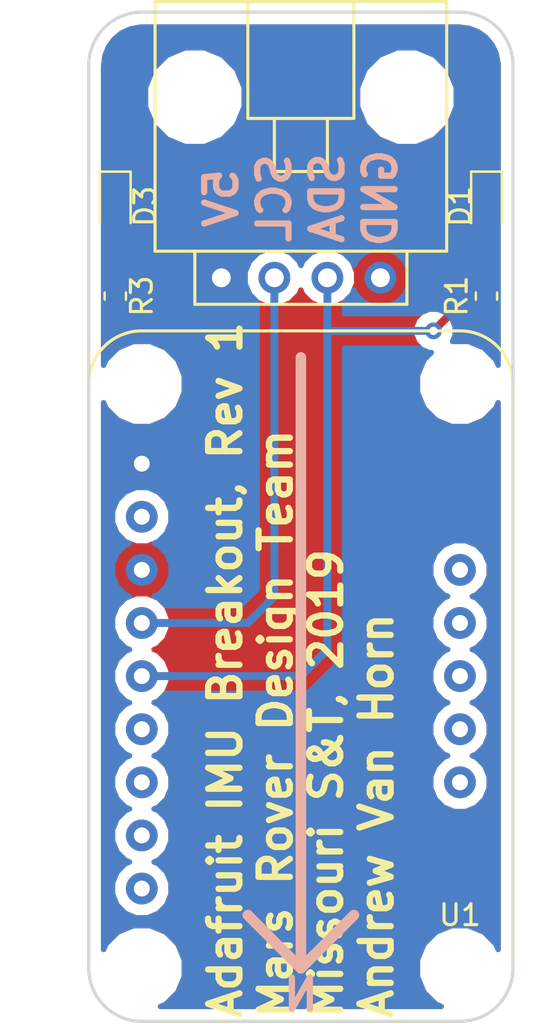
<source format=kicad_pcb>
(kicad_pcb (version 20171130) (host pcbnew "(5.0.2)-1")

  (general
    (thickness 1.6)
    (drawings 17)
    (tracks 16)
    (zones 0)
    (modules 6)
    (nets 16)
  )

  (page A4)
  (layers
    (0 F.Cu signal)
    (31 B.Cu signal)
    (32 B.Adhes user)
    (33 F.Adhes user)
    (34 B.Paste user)
    (35 F.Paste user)
    (36 B.SilkS user)
    (37 F.SilkS user)
    (38 B.Mask user)
    (39 F.Mask user)
    (40 Dwgs.User user)
    (41 Cmts.User user)
    (42 Eco1.User user)
    (43 Eco2.User user)
    (44 Edge.Cuts user)
    (45 Margin user)
    (46 B.CrtYd user)
    (47 F.CrtYd user)
    (48 B.Fab user)
    (49 F.Fab user)
  )

  (setup
    (last_trace_width 0.25)
    (user_trace_width 0.381)
    (user_trace_width 0.762)
    (trace_clearance 0.2)
    (zone_clearance 0.508)
    (zone_45_only no)
    (trace_min 0.2)
    (segment_width 0.2)
    (edge_width 0.15)
    (via_size 0.8)
    (via_drill 0.4)
    (via_min_size 0.4)
    (via_min_drill 0.3)
    (uvia_size 0.3)
    (uvia_drill 0.1)
    (uvias_allowed no)
    (uvia_min_size 0.2)
    (uvia_min_drill 0.1)
    (pcb_text_width 0.3)
    (pcb_text_size 1.5 1.5)
    (mod_edge_width 0.15)
    (mod_text_size 1 1)
    (mod_text_width 0.15)
    (pad_size 1.524 1.524)
    (pad_drill 0.762)
    (pad_to_mask_clearance 0.051)
    (solder_mask_min_width 0.25)
    (aux_axis_origin 0 0)
    (visible_elements 7FFFFFFF)
    (pcbplotparams
      (layerselection 0x010fc_ffffffff)
      (usegerberextensions false)
      (usegerberattributes false)
      (usegerberadvancedattributes false)
      (creategerberjobfile false)
      (excludeedgelayer true)
      (linewidth 0.100000)
      (plotframeref false)
      (viasonmask false)
      (mode 1)
      (useauxorigin false)
      (hpglpennumber 1)
      (hpglpenspeed 20)
      (hpglpendiameter 15.000000)
      (psnegative false)
      (psa4output false)
      (plotreference true)
      (plotvalue true)
      (plotinvisibletext false)
      (padsonsilk false)
      (subtractmaskfromsilk false)
      (outputformat 1)
      (mirror false)
      (drillshape 0)
      (scaleselection 1)
      (outputdirectory "Gerbs/"))
  )

  (net 0 "")
  (net 1 +5V)
  (net 2 SCL)
  (net 3 SDA)
  (net 4 GND)
  (net 5 "Net-(D1-Pad2)")
  (net 6 "Net-(D3-Pad2)")
  (net 7 "Net-(U1-Pad2)")
  (net 8 "Net-(U1-Pad6)")
  (net 9 "Net-(U1-Pad7)")
  (net 10 "Net-(U1-Pad8)")
  (net 11 "Net-(U1-Pad9)")
  (net 12 "Net-(U1-Pad10)")
  (net 13 "Net-(U1-Pad11)")
  (net 14 "Net-(U1-Pad12)")
  (net 15 "Net-(U1-Pad13)")

  (net_class Default "This is the default net class."
    (clearance 0.2)
    (trace_width 0.25)
    (via_dia 0.8)
    (via_drill 0.4)
    (uvia_dia 0.3)
    (uvia_drill 0.1)
    (add_net +5V)
    (add_net GND)
    (add_net "Net-(D1-Pad2)")
    (add_net "Net-(D3-Pad2)")
    (add_net "Net-(U1-Pad10)")
    (add_net "Net-(U1-Pad11)")
    (add_net "Net-(U1-Pad12)")
    (add_net "Net-(U1-Pad13)")
    (add_net "Net-(U1-Pad2)")
    (add_net "Net-(U1-Pad6)")
    (add_net "Net-(U1-Pad7)")
    (add_net "Net-(U1-Pad8)")
    (add_net "Net-(U1-Pad9)")
    (add_net SCL)
    (add_net SDA)
  )

  (module MRDT_Connectors:MOLEX_SL_04_Horizontal (layer F.Cu) (tedit 5C675A73) (tstamp 5CCFA5E4)
    (at 129.54 36.83)
    (path /5CB6C622)
    (fp_text reference Conn1 (at -2.54 2.54) (layer F.SilkS) hide
      (effects (font (size 1 1) (thickness 0.15)))
    )
    (fp_text value Molex_SL_04 (at -0.635 2.032) (layer F.Fab)
      (effects (font (size 1 1) (thickness 0.15)))
    )
    (fp_line (start -6.985 -13.208) (end 6.985 -13.208) (layer F.SilkS) (width 0.15))
    (fp_line (start -2.54 -7.62) (end 2.54 -7.62) (layer F.SilkS) (width 0.15))
    (fp_line (start 1.27 -7.62) (end 1.27 -5.08) (layer F.SilkS) (width 0.15))
    (fp_line (start 1.27 -5.08) (end -1.27 -5.08) (layer F.SilkS) (width 0.15))
    (fp_line (start 2.54 -13.208) (end 2.54 -7.62) (layer F.SilkS) (width 0.15))
    (fp_line (start 6.985 -1.27) (end 6.985 -13.208) (layer F.SilkS) (width 0.15))
    (fp_line (start 5.08 1.27) (end -5.08 1.27) (layer F.SilkS) (width 0.15))
    (fp_line (start -2.54 -13.208) (end -2.54 -12.7) (layer F.SilkS) (width 0.15))
    (fp_line (start -6.985 -1.27) (end -6.985 -13.208) (layer F.SilkS) (width 0.15))
    (fp_line (start -5.08 -1.27) (end -6.985 -1.27) (layer F.SilkS) (width 0.15))
    (fp_line (start -2.54 -8.89) (end -2.54 -7.62) (layer F.SilkS) (width 0.15))
    (fp_line (start -2.54 -8.89) (end -2.54 -12.7) (layer F.SilkS) (width 0.15))
    (fp_line (start -1.27 -7.62) (end -1.27 -5.08) (layer F.SilkS) (width 0.15))
    (fp_line (start -5.08 -1.27) (end 6.985 -1.27) (layer F.SilkS) (width 0.15))
    (fp_line (start 5.08 -1.27) (end 5.08 1.27) (layer F.SilkS) (width 0.15))
    (fp_line (start -5.08 1.27) (end -5.08 -1.27) (layer F.SilkS) (width 0.15))
    (pad 1 thru_hole circle (at -3.81 0) (size 1.524 1.524) (drill 0.9) (layers *.Cu *.Mask)
      (net 1 +5V))
    (pad 2 thru_hole circle (at -1.27 0) (size 1.524 1.524) (drill 0.9) (layers *.Cu *.Mask)
      (net 2 SCL))
    (pad 3 thru_hole circle (at 1.27 0) (size 1.524 1.524) (drill 0.9) (layers *.Cu *.Mask)
      (net 3 SDA))
    (pad 4 thru_hole circle (at 3.81 0) (size 1.524 1.524) (drill 0.9) (layers *.Cu *.Mask)
      (net 4 GND))
    (pad "" np_thru_hole circle (at -5.08 -8.636) (size 3.45 3.45) (drill 3.45) (layers *.Cu *.Mask))
    (pad "" np_thru_hole circle (at 5.08 -8.636) (size 3.45 3.45) (drill 3.45) (layers *.Cu *.Mask))
    (model "${MRDT_KICAD_LIBRARIES}/3D Files/MRDT_Connctors/Molex_SL_04_Horizontal.stp"
      (offset (xyz 6.349999904632568 12.95399980545044 0))
      (scale (xyz 1 1 1))
      (rotate (xyz 0 0 180))
    )
  )

  (module LED_SMD:LED_0603_1608Metric_Pad1.05x0.95mm_HandSolder (layer F.Cu) (tedit 5B4B45C9) (tstamp 5CCFA5F7)
    (at 138.43 33.415 270)
    (descr "LED SMD 0603 (1608 Metric), square (rectangular) end terminal, IPC_7351 nominal, (Body size source: http://www.tortai-tech.com/upload/download/2011102023233369053.pdf), generated with kicad-footprint-generator")
    (tags "LED handsolder")
    (path /5CB6CFD3)
    (attr smd)
    (fp_text reference D1 (at 0 1.27 270) (layer F.SilkS)
      (effects (font (size 1 1) (thickness 0.15)))
    )
    (fp_text value LED (at 0 1.43 270) (layer F.Fab)
      (effects (font (size 1 1) (thickness 0.15)))
    )
    (fp_line (start 0.8 -0.4) (end -0.5 -0.4) (layer F.Fab) (width 0.1))
    (fp_line (start -0.5 -0.4) (end -0.8 -0.1) (layer F.Fab) (width 0.1))
    (fp_line (start -0.8 -0.1) (end -0.8 0.4) (layer F.Fab) (width 0.1))
    (fp_line (start -0.8 0.4) (end 0.8 0.4) (layer F.Fab) (width 0.1))
    (fp_line (start 0.8 0.4) (end 0.8 -0.4) (layer F.Fab) (width 0.1))
    (fp_line (start 0.8 -0.735) (end -1.66 -0.735) (layer F.SilkS) (width 0.12))
    (fp_line (start -1.66 -0.735) (end -1.66 0.735) (layer F.SilkS) (width 0.12))
    (fp_line (start -1.66 0.735) (end 0.8 0.735) (layer F.SilkS) (width 0.12))
    (fp_line (start -1.65 0.73) (end -1.65 -0.73) (layer F.CrtYd) (width 0.05))
    (fp_line (start -1.65 -0.73) (end 1.65 -0.73) (layer F.CrtYd) (width 0.05))
    (fp_line (start 1.65 -0.73) (end 1.65 0.73) (layer F.CrtYd) (width 0.05))
    (fp_line (start 1.65 0.73) (end -1.65 0.73) (layer F.CrtYd) (width 0.05))
    (fp_text user %R (at 0 0 270) (layer F.Fab)
      (effects (font (size 0.4 0.4) (thickness 0.06)))
    )
    (pad 1 smd roundrect (at -0.875 0 270) (size 1.05 0.95) (layers F.Cu F.Paste F.Mask) (roundrect_rratio 0.25)
      (net 4 GND))
    (pad 2 smd roundrect (at 0.875 0 270) (size 1.05 0.95) (layers F.Cu F.Paste F.Mask) (roundrect_rratio 0.25)
      (net 5 "Net-(D1-Pad2)"))
    (model ${KISYS3DMOD}/LED_SMD.3dshapes/LED_0603_1608Metric.wrl
      (at (xyz 0 0 0))
      (scale (xyz 1 1 1))
      (rotate (xyz 0 0 0))
    )
  )

  (module LED_SMD:LED_0603_1608Metric_Pad1.05x0.95mm_HandSolder (layer F.Cu) (tedit 5B4B45C9) (tstamp 5CCFA61D)
    (at 120.65 33.415 270)
    (descr "LED SMD 0603 (1608 Metric), square (rectangular) end terminal, IPC_7351 nominal, (Body size source: http://www.tortai-tech.com/upload/download/2011102023233369053.pdf), generated with kicad-footprint-generator")
    (tags "LED handsolder")
    (path /5CB6CA33)
    (attr smd)
    (fp_text reference D3 (at 0 -1.43 270) (layer F.SilkS)
      (effects (font (size 1 1) (thickness 0.15)))
    )
    (fp_text value LED (at 0 1.43 270) (layer F.Fab)
      (effects (font (size 1 1) (thickness 0.15)))
    )
    (fp_line (start 0.8 -0.4) (end -0.5 -0.4) (layer F.Fab) (width 0.1))
    (fp_line (start -0.5 -0.4) (end -0.8 -0.1) (layer F.Fab) (width 0.1))
    (fp_line (start -0.8 -0.1) (end -0.8 0.4) (layer F.Fab) (width 0.1))
    (fp_line (start -0.8 0.4) (end 0.8 0.4) (layer F.Fab) (width 0.1))
    (fp_line (start 0.8 0.4) (end 0.8 -0.4) (layer F.Fab) (width 0.1))
    (fp_line (start 0.8 -0.735) (end -1.66 -0.735) (layer F.SilkS) (width 0.12))
    (fp_line (start -1.66 -0.735) (end -1.66 0.735) (layer F.SilkS) (width 0.12))
    (fp_line (start -1.66 0.735) (end 0.8 0.735) (layer F.SilkS) (width 0.12))
    (fp_line (start -1.65 0.73) (end -1.65 -0.73) (layer F.CrtYd) (width 0.05))
    (fp_line (start -1.65 -0.73) (end 1.65 -0.73) (layer F.CrtYd) (width 0.05))
    (fp_line (start 1.65 -0.73) (end 1.65 0.73) (layer F.CrtYd) (width 0.05))
    (fp_line (start 1.65 0.73) (end -1.65 0.73) (layer F.CrtYd) (width 0.05))
    (fp_text user %R (at 0 0 270) (layer F.Fab)
      (effects (font (size 0.4 0.4) (thickness 0.06)))
    )
    (pad 1 smd roundrect (at -0.875 0 270) (size 1.05 0.95) (layers F.Cu F.Paste F.Mask) (roundrect_rratio 0.25)
      (net 4 GND))
    (pad 2 smd roundrect (at 0.875 0 270) (size 1.05 0.95) (layers F.Cu F.Paste F.Mask) (roundrect_rratio 0.25)
      (net 6 "Net-(D3-Pad2)"))
    (model ${KISYS3DMOD}/LED_SMD.3dshapes/LED_0603_1608Metric.wrl
      (at (xyz 0 0 0))
      (scale (xyz 1 1 1))
      (rotate (xyz 0 0 0))
    )
  )

  (module Resistor_SMD:R_0603_1608Metric_Pad1.05x0.95mm_HandSolder (layer F.Cu) (tedit 5B301BBD) (tstamp 5CCFA62E)
    (at 138.43 37.705 90)
    (descr "Resistor SMD 0603 (1608 Metric), square (rectangular) end terminal, IPC_7351 nominal with elongated pad for handsoldering. (Body size source: http://www.tortai-tech.com/upload/download/2011102023233369053.pdf), generated with kicad-footprint-generator")
    (tags "resistor handsolder")
    (path /5CB6CFCD)
    (attr smd)
    (fp_text reference R1 (at 0 -1.43 90) (layer F.SilkS)
      (effects (font (size 1 1) (thickness 0.15)))
    )
    (fp_text value 500 (at 0 1.43 90) (layer F.Fab)
      (effects (font (size 1 1) (thickness 0.15)))
    )
    (fp_line (start -0.8 0.4) (end -0.8 -0.4) (layer F.Fab) (width 0.1))
    (fp_line (start -0.8 -0.4) (end 0.8 -0.4) (layer F.Fab) (width 0.1))
    (fp_line (start 0.8 -0.4) (end 0.8 0.4) (layer F.Fab) (width 0.1))
    (fp_line (start 0.8 0.4) (end -0.8 0.4) (layer F.Fab) (width 0.1))
    (fp_line (start -0.171267 -0.51) (end 0.171267 -0.51) (layer F.SilkS) (width 0.12))
    (fp_line (start -0.171267 0.51) (end 0.171267 0.51) (layer F.SilkS) (width 0.12))
    (fp_line (start -1.65 0.73) (end -1.65 -0.73) (layer F.CrtYd) (width 0.05))
    (fp_line (start -1.65 -0.73) (end 1.65 -0.73) (layer F.CrtYd) (width 0.05))
    (fp_line (start 1.65 -0.73) (end 1.65 0.73) (layer F.CrtYd) (width 0.05))
    (fp_line (start 1.65 0.73) (end -1.65 0.73) (layer F.CrtYd) (width 0.05))
    (fp_text user %R (at 0 0 90) (layer F.Fab)
      (effects (font (size 0.4 0.4) (thickness 0.06)))
    )
    (pad 1 smd roundrect (at -0.875 0 90) (size 1.05 0.95) (layers F.Cu F.Paste F.Mask) (roundrect_rratio 0.25)
      (net 3 SDA))
    (pad 2 smd roundrect (at 0.875 0 90) (size 1.05 0.95) (layers F.Cu F.Paste F.Mask) (roundrect_rratio 0.25)
      (net 5 "Net-(D1-Pad2)"))
    (model ${KISYS3DMOD}/Resistor_SMD.3dshapes/R_0603_1608Metric.wrl
      (at (xyz 0 0 0))
      (scale (xyz 1 1 1))
      (rotate (xyz 0 0 0))
    )
  )

  (module Resistor_SMD:R_0603_1608Metric_Pad1.05x0.95mm_HandSolder (layer F.Cu) (tedit 5B301BBD) (tstamp 5CCFA650)
    (at 120.65 37.705 90)
    (descr "Resistor SMD 0603 (1608 Metric), square (rectangular) end terminal, IPC_7351 nominal with elongated pad for handsoldering. (Body size source: http://www.tortai-tech.com/upload/download/2011102023233369053.pdf), generated with kicad-footprint-generator")
    (tags "resistor handsolder")
    (path /5CB6C9D0)
    (attr smd)
    (fp_text reference R3 (at 0 1.27 90) (layer F.SilkS)
      (effects (font (size 1 1) (thickness 0.15)))
    )
    (fp_text value 500 (at 0 1.43 90) (layer F.Fab)
      (effects (font (size 1 1) (thickness 0.15)))
    )
    (fp_line (start -0.8 0.4) (end -0.8 -0.4) (layer F.Fab) (width 0.1))
    (fp_line (start -0.8 -0.4) (end 0.8 -0.4) (layer F.Fab) (width 0.1))
    (fp_line (start 0.8 -0.4) (end 0.8 0.4) (layer F.Fab) (width 0.1))
    (fp_line (start 0.8 0.4) (end -0.8 0.4) (layer F.Fab) (width 0.1))
    (fp_line (start -0.171267 -0.51) (end 0.171267 -0.51) (layer F.SilkS) (width 0.12))
    (fp_line (start -0.171267 0.51) (end 0.171267 0.51) (layer F.SilkS) (width 0.12))
    (fp_line (start -1.65 0.73) (end -1.65 -0.73) (layer F.CrtYd) (width 0.05))
    (fp_line (start -1.65 -0.73) (end 1.65 -0.73) (layer F.CrtYd) (width 0.05))
    (fp_line (start 1.65 -0.73) (end 1.65 0.73) (layer F.CrtYd) (width 0.05))
    (fp_line (start 1.65 0.73) (end -1.65 0.73) (layer F.CrtYd) (width 0.05))
    (fp_text user %R (at 0 0 90) (layer F.Fab)
      (effects (font (size 0.4 0.4) (thickness 0.06)))
    )
    (pad 1 smd roundrect (at -0.875 0 90) (size 1.05 0.95) (layers F.Cu F.Paste F.Mask) (roundrect_rratio 0.25)
      (net 1 +5V))
    (pad 2 smd roundrect (at 0.875 0 90) (size 1.05 0.95) (layers F.Cu F.Paste F.Mask) (roundrect_rratio 0.25)
      (net 6 "Net-(D3-Pad2)"))
    (model ${KISYS3DMOD}/Resistor_SMD.3dshapes/R_0603_1608Metric.wrl
      (at (xyz 0 0 0))
      (scale (xyz 1 1 1))
      (rotate (xyz 0 0 0))
    )
  )

  (module MRDT_Sensors:Adafruit_LSM9DS1 (layer F.Cu) (tedit 5CB6BCB4) (tstamp 5CCFA825)
    (at 121.92 55.88)
    (path /5CB6C585)
    (fp_text reference U1 (at 15.24 11.43) (layer F.SilkS)
      (effects (font (size 1 1) (thickness 0.15)))
    )
    (fp_text value Adafruit_LSM9DS1 (at 0 0.77) (layer F.Fab)
      (effects (font (size 1 1) (thickness 0.15)))
    )
    (fp_line (start 0 -16.51) (end 15.24 -16.51) (layer F.SilkS) (width 0.15))
    (fp_line (start -2.54 -13.97) (end -2.54 13.97) (layer F.SilkS) (width 0.15))
    (fp_line (start 0 16.51) (end 15.24 16.51) (layer F.SilkS) (width 0.15))
    (fp_line (start 17.78 13.97) (end 17.78 -13.97) (layer F.SilkS) (width 0.15))
    (fp_arc (start 0 -13.97) (end 0 -16.51) (angle -90) (layer F.SilkS) (width 0.15))
    (fp_arc (start 0 13.97) (end -2.54 13.97) (angle -90) (layer F.SilkS) (width 0.15))
    (fp_arc (start 15.24 13.97) (end 15.24 16.51) (angle -90) (layer F.SilkS) (width 0.15))
    (fp_arc (start 15.24 -13.97) (end 17.78 -13.97) (angle -90) (layer F.SilkS) (width 0.15))
    (fp_line (start 7.62 -15.24) (end 7.62 13.97) (layer F.SilkS) (width 0.277))
    (fp_line (start 7.62 13.97) (end 5.08 11.43) (layer F.SilkS) (width 0.277))
    (fp_line (start 7.62 13.97) (end 10.16 11.43) (layer F.SilkS) (width 0.277))
    (pad 1 thru_hole circle (at 0 -10.16) (size 1.524 1.524) (drill 0.762) (layers *.Cu *.Mask)
      (net 1 +5V))
    (pad 2 thru_hole circle (at 0 -7.62) (size 1.524 1.524) (drill 0.762) (layers *.Cu *.Mask)
      (net 7 "Net-(U1-Pad2)"))
    (pad 3 thru_hole circle (at 0 -5.08) (size 1.524 1.524) (drill 0.762) (layers *.Cu *.Mask)
      (net 4 GND))
    (pad 4 thru_hole circle (at 0 -2.54) (size 1.524 1.524) (drill 0.762) (layers *.Cu *.Mask)
      (net 2 SCL))
    (pad 5 thru_hole circle (at 0 0) (size 1.524 1.524) (drill 0.762) (layers *.Cu *.Mask)
      (net 3 SDA))
    (pad 6 thru_hole circle (at 0 2.54) (size 1.524 1.524) (drill 0.762) (layers *.Cu *.Mask)
      (net 8 "Net-(U1-Pad6)"))
    (pad 7 thru_hole circle (at 0 5.08) (size 1.524 1.524) (drill 0.762) (layers *.Cu *.Mask)
      (net 9 "Net-(U1-Pad7)"))
    (pad 8 thru_hole circle (at 0 7.62) (size 1.524 1.524) (drill 0.762) (layers *.Cu *.Mask)
      (net 10 "Net-(U1-Pad8)"))
    (pad 9 thru_hole circle (at 0 10.16) (size 1.524 1.524) (drill 0.762) (layers *.Cu *.Mask)
      (net 11 "Net-(U1-Pad9)"))
    (pad 10 thru_hole circle (at 15.24 -5.08) (size 1.524 1.524) (drill 0.762) (layers *.Cu *.Mask)
      (net 12 "Net-(U1-Pad10)"))
    (pad 11 thru_hole circle (at 15.24 -2.54) (size 1.524 1.524) (drill 0.762) (layers *.Cu *.Mask)
      (net 13 "Net-(U1-Pad11)"))
    (pad 12 thru_hole circle (at 15.24 0) (size 1.524 1.524) (drill 0.762) (layers *.Cu *.Mask)
      (net 14 "Net-(U1-Pad12)"))
    (pad 13 thru_hole circle (at 15.24 2.54) (size 1.524 1.524) (drill 0.762) (layers *.Cu *.Mask)
      (net 15 "Net-(U1-Pad13)"))
    (pad "" np_thru_hole circle (at 15.24 -13.97) (size 2.794 2.794) (drill 2.794) (layers *.Cu *.Mask))
    (pad "" np_thru_hole circle (at 0 -13.97) (size 2.794 2.794) (drill 2.794) (layers *.Cu *.Mask))
    (pad "" np_thru_hole circle (at 0 13.97) (size 2.794 2.794) (drill 2.794) (layers *.Cu *.Mask))
    (pad "" np_thru_hole circle (at 15.24 13.97) (size 2.794 2.794) (drill 2.794) (layers *.Cu *.Mask))
    (pad 14 thru_hole circle (at 15.24 5.08) (size 1.524 1.524) (drill 0.762) (layers *.Cu *.Mask))
  )

  (gr_text GND (at 133.35 33.02 90) (layer B.SilkS)
    (effects (font (size 1.5 1.5) (thickness 0.3)) (justify mirror))
  )
  (gr_text SDA (at 130.81 33.02 90) (layer B.SilkS)
    (effects (font (size 1.5 1.5) (thickness 0.3)) (justify mirror))
  )
  (gr_text SCL (at 128.27 33.02 90) (layer B.SilkS)
    (effects (font (size 1.5 1.5) (thickness 0.3)) (justify mirror))
  )
  (gr_text 5V (at 125.73 33.02 90) (layer B.SilkS)
    (effects (font (size 1.5 1.5) (thickness 0.3)) (justify mirror))
  )
  (gr_text "Adafruit IMU Breakout, Rev 1\nMars Rover Design Team\nMissouri S&T, 2019\nAndrew Van Horn" (at 129.54 72.39 90) (layer F.SilkS)
    (effects (font (size 1.5 1.5) (thickness 0.3)) (justify left))
  )
  (gr_text N (at 129.54 71.12) (layer B.SilkS)
    (effects (font (size 1.5 1.5) (thickness 0.3)) (justify mirror))
  )
  (gr_line (start 132.08 67.31) (end 129.54 69.85) (layer B.SilkS) (width 0.508) (tstamp 5CCFB0CD))
  (gr_line (start 127 67.31) (end 129.54 69.85) (layer B.SilkS) (width 0.508) (tstamp 5CCFB0C8))
  (gr_line (start 129.54 40.64) (end 129.54 69.85) (layer B.SilkS) (width 0.508))
  (gr_line (start 139.7 69.85) (end 139.7 26.67) (layer Edge.Cuts) (width 0.15))
  (gr_line (start 121.92 72.39) (end 137.16 72.39) (layer Edge.Cuts) (width 0.15))
  (gr_line (start 119.38 26.67) (end 119.38 69.85) (layer Edge.Cuts) (width 0.15))
  (gr_line (start 137.16 24.13) (end 121.92 24.13) (layer Edge.Cuts) (width 0.15))
  (gr_arc (start 137.16 26.67) (end 139.7 26.67) (angle -90) (layer Edge.Cuts) (width 0.15) (tstamp 5CCFB00B))
  (gr_arc (start 121.92 26.67) (end 121.92 24.13) (angle -90) (layer Edge.Cuts) (width 0.15) (tstamp 5CCFB006))
  (gr_arc (start 121.92 69.85) (end 119.38 69.85) (angle -90) (layer Edge.Cuts) (width 0.15) (tstamp 5CCFB001))
  (gr_arc (start 137.16 69.85) (end 137.16 72.39) (angle -90) (layer Edge.Cuts) (width 0.15))

  (segment (start 123.98 38.58) (end 125.73 36.83) (width 0.381) (layer F.Cu) (net 1))
  (segment (start 120.65 38.58) (end 123.98 38.58) (width 0.381) (layer F.Cu) (net 1))
  (segment (start 127 53.34) (end 128.27 52.07) (width 0.381) (layer B.Cu) (net 2))
  (segment (start 127 53.34) (end 121.92 53.34) (width 0.381) (layer B.Cu) (net 2))
  (segment (start 128.27 36.83) (end 128.27 52.07) (width 0.381) (layer B.Cu) (net 2))
  (segment (start 130.81 54.61) (end 129.54 55.88) (width 0.381) (layer B.Cu) (net 3))
  (segment (start 129.54 55.88) (end 128.27 55.88) (width 0.381) (layer B.Cu) (net 3))
  (segment (start 128.27 55.88) (end 121.92 55.88) (width 0.381) (layer B.Cu) (net 3))
  (via (at 135.89 39.37) (size 0.8) (drill 0.4) (layers F.Cu B.Cu) (net 3))
  (segment (start 138.43 38.58) (end 136.68 38.58) (width 0.381) (layer F.Cu) (net 3))
  (segment (start 136.68 38.58) (end 135.89 39.37) (width 0.381) (layer F.Cu) (net 3))
  (segment (start 135.89 39.37) (end 130.81 39.37) (width 0.381) (layer B.Cu) (net 3))
  (segment (start 130.81 36.83) (end 130.81 39.37) (width 0.381) (layer B.Cu) (net 3))
  (segment (start 130.81 39.37) (end 130.81 54.61) (width 0.381) (layer B.Cu) (net 3))
  (segment (start 138.43 34.29) (end 138.43 36.83) (width 0.381) (layer F.Cu) (net 5))
  (segment (start 120.65 34.29) (end 120.65 36.83) (width 0.381) (layer F.Cu) (net 6))

  (zone (net 4) (net_name GND) (layer F.Cu) (tstamp 5CB7B8B4) (hatch edge 0.508)
    (connect_pads yes (clearance 0.508))
    (min_thickness 0.254)
    (fill yes (arc_segments 16) (thermal_gap 0.508) (thermal_bridge_width 0.508))
    (polygon
      (pts
        (xy 119.38 24.13) (xy 139.7 24.13) (xy 139.7 72.39) (xy 119.38 72.39)
      )
    )
    (filled_polygon
      (pts
        (xy 137.613698 24.902958) (xy 138.038893 25.071305) (xy 138.408858 25.340101) (xy 138.700356 25.692462) (xy 138.895067 26.106244)
        (xy 138.987093 26.588662) (xy 138.990001 26.681195) (xy 138.990001 33.181709) (xy 138.6675 33.11756) (xy 138.1925 33.11756)
        (xy 137.853848 33.184922) (xy 137.566753 33.376753) (xy 137.374922 33.663848) (xy 137.30756 34.0025) (xy 137.30756 34.5775)
        (xy 137.374922 34.916152) (xy 137.566753 35.203247) (xy 137.6045 35.228469) (xy 137.604501 35.891531) (xy 137.566753 35.916753)
        (xy 137.374922 36.203848) (xy 137.30756 36.5425) (xy 137.30756 37.1175) (xy 137.374922 37.456152) (xy 137.541197 37.705)
        (xy 137.508122 37.7545) (xy 136.761303 37.7545) (xy 136.68 37.738328) (xy 136.357905 37.802396) (xy 136.221689 37.893414)
        (xy 136.084848 37.984848) (xy 136.038793 38.053774) (xy 135.757567 38.335) (xy 135.684126 38.335) (xy 135.30372 38.492569)
        (xy 135.012569 38.78372) (xy 134.855 39.164126) (xy 134.855 39.575874) (xy 135.012569 39.95628) (xy 135.30372 40.247431)
        (xy 135.684126 40.405) (xy 135.791319 40.405) (xy 135.437354 40.758965) (xy 135.128 41.50581) (xy 135.128 42.31419)
        (xy 135.437354 43.061035) (xy 136.008965 43.632646) (xy 136.75581 43.942) (xy 137.56419 43.942) (xy 138.311035 43.632646)
        (xy 138.882646 43.061035) (xy 138.990001 42.80186) (xy 138.99 68.95814) (xy 138.882646 68.698965) (xy 138.311035 68.127354)
        (xy 137.56419 67.818) (xy 136.75581 67.818) (xy 136.008965 68.127354) (xy 135.437354 68.698965) (xy 135.128 69.44581)
        (xy 135.128 70.25419) (xy 135.437354 71.001035) (xy 136.008965 71.572646) (xy 136.26814 71.68) (xy 122.81186 71.68)
        (xy 123.071035 71.572646) (xy 123.642646 71.001035) (xy 123.952 70.25419) (xy 123.952 69.44581) (xy 123.642646 68.698965)
        (xy 123.071035 68.127354) (xy 122.32419 67.818) (xy 121.51581 67.818) (xy 120.768965 68.127354) (xy 120.197354 68.698965)
        (xy 120.09 68.95814) (xy 120.09 53.062119) (xy 120.523 53.062119) (xy 120.523 53.617881) (xy 120.73568 54.131337)
        (xy 121.128663 54.52432) (xy 121.335513 54.61) (xy 121.128663 54.69568) (xy 120.73568 55.088663) (xy 120.523 55.602119)
        (xy 120.523 56.157881) (xy 120.73568 56.671337) (xy 121.128663 57.06432) (xy 121.335513 57.15) (xy 121.128663 57.23568)
        (xy 120.73568 57.628663) (xy 120.523 58.142119) (xy 120.523 58.697881) (xy 120.73568 59.211337) (xy 121.128663 59.60432)
        (xy 121.335513 59.69) (xy 121.128663 59.77568) (xy 120.73568 60.168663) (xy 120.523 60.682119) (xy 120.523 61.237881)
        (xy 120.73568 61.751337) (xy 121.128663 62.14432) (xy 121.335513 62.23) (xy 121.128663 62.31568) (xy 120.73568 62.708663)
        (xy 120.523 63.222119) (xy 120.523 63.777881) (xy 120.73568 64.291337) (xy 121.128663 64.68432) (xy 121.335513 64.77)
        (xy 121.128663 64.85568) (xy 120.73568 65.248663) (xy 120.523 65.762119) (xy 120.523 66.317881) (xy 120.73568 66.831337)
        (xy 121.128663 67.22432) (xy 121.642119 67.437) (xy 122.197881 67.437) (xy 122.711337 67.22432) (xy 123.10432 66.831337)
        (xy 123.317 66.317881) (xy 123.317 65.762119) (xy 123.10432 65.248663) (xy 122.711337 64.85568) (xy 122.504487 64.77)
        (xy 122.711337 64.68432) (xy 123.10432 64.291337) (xy 123.317 63.777881) (xy 123.317 63.222119) (xy 123.10432 62.708663)
        (xy 122.711337 62.31568) (xy 122.504487 62.23) (xy 122.711337 62.14432) (xy 123.10432 61.751337) (xy 123.317 61.237881)
        (xy 123.317 60.682119) (xy 123.10432 60.168663) (xy 122.711337 59.77568) (xy 122.504487 59.69) (xy 122.711337 59.60432)
        (xy 123.10432 59.211337) (xy 123.317 58.697881) (xy 123.317 58.142119) (xy 123.10432 57.628663) (xy 122.711337 57.23568)
        (xy 122.504487 57.15) (xy 122.711337 57.06432) (xy 123.10432 56.671337) (xy 123.317 56.157881) (xy 123.317 55.602119)
        (xy 123.10432 55.088663) (xy 122.711337 54.69568) (xy 122.504487 54.61) (xy 122.711337 54.52432) (xy 123.10432 54.131337)
        (xy 123.317 53.617881) (xy 123.317 53.062119) (xy 123.10432 52.548663) (xy 122.711337 52.15568) (xy 122.197881 51.943)
        (xy 121.642119 51.943) (xy 121.128663 52.15568) (xy 120.73568 52.548663) (xy 120.523 53.062119) (xy 120.09 53.062119)
        (xy 120.09 50.522119) (xy 135.763 50.522119) (xy 135.763 51.077881) (xy 135.97568 51.591337) (xy 136.368663 51.98432)
        (xy 136.575513 52.07) (xy 136.368663 52.15568) (xy 135.97568 52.548663) (xy 135.763 53.062119) (xy 135.763 53.617881)
        (xy 135.97568 54.131337) (xy 136.368663 54.52432) (xy 136.575513 54.61) (xy 136.368663 54.69568) (xy 135.97568 55.088663)
        (xy 135.763 55.602119) (xy 135.763 56.157881) (xy 135.97568 56.671337) (xy 136.368663 57.06432) (xy 136.575513 57.15)
        (xy 136.368663 57.23568) (xy 135.97568 57.628663) (xy 135.763 58.142119) (xy 135.763 58.697881) (xy 135.97568 59.211337)
        (xy 136.368663 59.60432) (xy 136.575513 59.69) (xy 136.368663 59.77568) (xy 135.97568 60.168663) (xy 135.763 60.682119)
        (xy 135.763 61.237881) (xy 135.97568 61.751337) (xy 136.368663 62.14432) (xy 136.882119 62.357) (xy 137.437881 62.357)
        (xy 137.951337 62.14432) (xy 138.34432 61.751337) (xy 138.557 61.237881) (xy 138.557 60.682119) (xy 138.34432 60.168663)
        (xy 137.951337 59.77568) (xy 137.744487 59.69) (xy 137.951337 59.60432) (xy 138.34432 59.211337) (xy 138.557 58.697881)
        (xy 138.557 58.142119) (xy 138.34432 57.628663) (xy 137.951337 57.23568) (xy 137.744487 57.15) (xy 137.951337 57.06432)
        (xy 138.34432 56.671337) (xy 138.557 56.157881) (xy 138.557 55.602119) (xy 138.34432 55.088663) (xy 137.951337 54.69568)
        (xy 137.744487 54.61) (xy 137.951337 54.52432) (xy 138.34432 54.131337) (xy 138.557 53.617881) (xy 138.557 53.062119)
        (xy 138.34432 52.548663) (xy 137.951337 52.15568) (xy 137.744487 52.07) (xy 137.951337 51.98432) (xy 138.34432 51.591337)
        (xy 138.557 51.077881) (xy 138.557 50.522119) (xy 138.34432 50.008663) (xy 137.951337 49.61568) (xy 137.437881 49.403)
        (xy 136.882119 49.403) (xy 136.368663 49.61568) (xy 135.97568 50.008663) (xy 135.763 50.522119) (xy 120.09 50.522119)
        (xy 120.09 45.442119) (xy 120.523 45.442119) (xy 120.523 45.997881) (xy 120.73568 46.511337) (xy 121.128663 46.90432)
        (xy 121.335513 46.99) (xy 121.128663 47.07568) (xy 120.73568 47.468663) (xy 120.523 47.982119) (xy 120.523 48.537881)
        (xy 120.73568 49.051337) (xy 121.128663 49.44432) (xy 121.642119 49.657) (xy 122.197881 49.657) (xy 122.711337 49.44432)
        (xy 123.10432 49.051337) (xy 123.317 48.537881) (xy 123.317 47.982119) (xy 123.10432 47.468663) (xy 122.711337 47.07568)
        (xy 122.504487 46.99) (xy 122.711337 46.90432) (xy 123.10432 46.511337) (xy 123.317 45.997881) (xy 123.317 45.442119)
        (xy 123.10432 44.928663) (xy 122.711337 44.53568) (xy 122.197881 44.323) (xy 121.642119 44.323) (xy 121.128663 44.53568)
        (xy 120.73568 44.928663) (xy 120.523 45.442119) (xy 120.09 45.442119) (xy 120.09 42.80186) (xy 120.197354 43.061035)
        (xy 120.768965 43.632646) (xy 121.51581 43.942) (xy 122.32419 43.942) (xy 123.071035 43.632646) (xy 123.642646 43.061035)
        (xy 123.952 42.31419) (xy 123.952 41.50581) (xy 123.642646 40.758965) (xy 123.071035 40.187354) (xy 122.32419 39.878)
        (xy 121.51581 39.878) (xy 120.768965 40.187354) (xy 120.197354 40.758965) (xy 120.09 41.01814) (xy 120.09 39.688291)
        (xy 120.4125 39.75244) (xy 120.8875 39.75244) (xy 121.226152 39.685078) (xy 121.513247 39.493247) (xy 121.571878 39.4055)
        (xy 123.898699 39.4055) (xy 123.98 39.421672) (xy 124.061301 39.4055) (xy 124.061303 39.4055) (xy 124.302094 39.357604)
        (xy 124.575152 39.175152) (xy 124.621209 39.106223) (xy 125.500433 38.227) (xy 126.007881 38.227) (xy 126.521337 38.01432)
        (xy 126.91432 37.621337) (xy 127 37.414487) (xy 127.08568 37.621337) (xy 127.478663 38.01432) (xy 127.992119 38.227)
        (xy 128.547881 38.227) (xy 129.061337 38.01432) (xy 129.45432 37.621337) (xy 129.54 37.414487) (xy 129.62568 37.621337)
        (xy 130.018663 38.01432) (xy 130.532119 38.227) (xy 131.087881 38.227) (xy 131.601337 38.01432) (xy 131.99432 37.621337)
        (xy 132.207 37.107881) (xy 132.207 36.552119) (xy 131.99432 36.038663) (xy 131.601337 35.64568) (xy 131.087881 35.433)
        (xy 130.532119 35.433) (xy 130.018663 35.64568) (xy 129.62568 36.038663) (xy 129.54 36.245513) (xy 129.45432 36.038663)
        (xy 129.061337 35.64568) (xy 128.547881 35.433) (xy 127.992119 35.433) (xy 127.478663 35.64568) (xy 127.08568 36.038663)
        (xy 127 36.245513) (xy 126.91432 36.038663) (xy 126.521337 35.64568) (xy 126.007881 35.433) (xy 125.452119 35.433)
        (xy 124.938663 35.64568) (xy 124.54568 36.038663) (xy 124.333 36.552119) (xy 124.333 37.059567) (xy 123.638068 37.7545)
        (xy 121.571878 37.7545) (xy 121.538803 37.705) (xy 121.705078 37.456152) (xy 121.77244 37.1175) (xy 121.77244 36.5425)
        (xy 121.705078 36.203848) (xy 121.513247 35.916753) (xy 121.4755 35.891531) (xy 121.4755 35.228469) (xy 121.513247 35.203247)
        (xy 121.705078 34.916152) (xy 121.77244 34.5775) (xy 121.77244 34.0025) (xy 121.705078 33.663848) (xy 121.513247 33.376753)
        (xy 121.226152 33.184922) (xy 120.8875 33.11756) (xy 120.4125 33.11756) (xy 120.09 33.181709) (xy 120.09 27.724567)
        (xy 122.1 27.724567) (xy 122.1 28.663433) (xy 122.459289 29.530833) (xy 123.123167 30.194711) (xy 123.990567 30.554)
        (xy 124.929433 30.554) (xy 125.796833 30.194711) (xy 126.460711 29.530833) (xy 126.82 28.663433) (xy 126.82 27.724567)
        (xy 132.26 27.724567) (xy 132.26 28.663433) (xy 132.619289 29.530833) (xy 133.283167 30.194711) (xy 134.150567 30.554)
        (xy 135.089433 30.554) (xy 135.956833 30.194711) (xy 136.620711 29.530833) (xy 136.98 28.663433) (xy 136.98 27.724567)
        (xy 136.620711 26.857167) (xy 135.956833 26.193289) (xy 135.089433 25.834) (xy 134.150567 25.834) (xy 133.283167 26.193289)
        (xy 132.619289 26.857167) (xy 132.26 27.724567) (xy 126.82 27.724567) (xy 126.460711 26.857167) (xy 125.796833 26.193289)
        (xy 124.929433 25.834) (xy 123.990567 25.834) (xy 123.123167 26.193289) (xy 122.459289 26.857167) (xy 122.1 27.724567)
        (xy 120.09 27.724567) (xy 120.09 26.714666) (xy 120.152958 26.216302) (xy 120.321305 25.791107) (xy 120.590101 25.421142)
        (xy 120.942462 25.129644) (xy 121.356244 24.934933) (xy 121.838662 24.842907) (xy 121.931164 24.84) (xy 137.115334 24.84)
      )
    )
  )
  (zone (net 1) (net_name +5V) (layer B.Cu) (tstamp 5CB7B8B1) (hatch edge 0.508)
    (connect_pads yes (clearance 0.508))
    (min_thickness 0.254)
    (fill yes (arc_segments 16) (thermal_gap 0.508) (thermal_bridge_width 0.508))
    (polygon
      (pts
        (xy 119.38 24.13) (xy 139.7 24.13) (xy 139.7 72.39) (xy 119.38 72.39)
      )
    )
    (filled_polygon
      (pts
        (xy 137.613698 24.902958) (xy 138.038893 25.071305) (xy 138.408858 25.340101) (xy 138.700356 25.692462) (xy 138.895067 26.106244)
        (xy 138.987093 26.588662) (xy 138.990001 26.681195) (xy 138.990001 41.018142) (xy 138.882646 40.758965) (xy 138.311035 40.187354)
        (xy 137.56419 39.878) (xy 136.799856 39.878) (xy 136.925 39.575874) (xy 136.925 39.164126) (xy 136.767431 38.78372)
        (xy 136.47628 38.492569) (xy 136.095874 38.335) (xy 135.684126 38.335) (xy 135.30372 38.492569) (xy 135.251789 38.5445)
        (xy 131.6355 38.5445) (xy 131.6355 37.980157) (xy 131.99432 37.621337) (xy 132.08 37.414487) (xy 132.16568 37.621337)
        (xy 132.558663 38.01432) (xy 133.072119 38.227) (xy 133.627881 38.227) (xy 134.141337 38.01432) (xy 134.53432 37.621337)
        (xy 134.747 37.107881) (xy 134.747 36.552119) (xy 134.53432 36.038663) (xy 134.141337 35.64568) (xy 133.627881 35.433)
        (xy 133.072119 35.433) (xy 132.558663 35.64568) (xy 132.16568 36.038663) (xy 132.08 36.245513) (xy 131.99432 36.038663)
        (xy 131.601337 35.64568) (xy 131.087881 35.433) (xy 130.532119 35.433) (xy 130.018663 35.64568) (xy 129.62568 36.038663)
        (xy 129.54 36.245513) (xy 129.45432 36.038663) (xy 129.061337 35.64568) (xy 128.547881 35.433) (xy 127.992119 35.433)
        (xy 127.478663 35.64568) (xy 127.08568 36.038663) (xy 126.873 36.552119) (xy 126.873 37.107881) (xy 127.08568 37.621337)
        (xy 127.4445 37.980157) (xy 127.444501 51.728066) (xy 126.658068 52.5145) (xy 123.070157 52.5145) (xy 122.711337 52.15568)
        (xy 122.504487 52.07) (xy 122.711337 51.98432) (xy 123.10432 51.591337) (xy 123.317 51.077881) (xy 123.317 50.522119)
        (xy 123.10432 50.008663) (xy 122.711337 49.61568) (xy 122.504487 49.53) (xy 122.711337 49.44432) (xy 123.10432 49.051337)
        (xy 123.317 48.537881) (xy 123.317 47.982119) (xy 123.10432 47.468663) (xy 122.711337 47.07568) (xy 122.197881 46.863)
        (xy 121.642119 46.863) (xy 121.128663 47.07568) (xy 120.73568 47.468663) (xy 120.523 47.982119) (xy 120.523 48.537881)
        (xy 120.73568 49.051337) (xy 121.128663 49.44432) (xy 121.335513 49.53) (xy 121.128663 49.61568) (xy 120.73568 50.008663)
        (xy 120.523 50.522119) (xy 120.523 51.077881) (xy 120.73568 51.591337) (xy 121.128663 51.98432) (xy 121.335513 52.07)
        (xy 121.128663 52.15568) (xy 120.73568 52.548663) (xy 120.523 53.062119) (xy 120.523 53.617881) (xy 120.73568 54.131337)
        (xy 121.128663 54.52432) (xy 121.335513 54.61) (xy 121.128663 54.69568) (xy 120.73568 55.088663) (xy 120.523 55.602119)
        (xy 120.523 56.157881) (xy 120.73568 56.671337) (xy 121.128663 57.06432) (xy 121.335513 57.15) (xy 121.128663 57.23568)
        (xy 120.73568 57.628663) (xy 120.523 58.142119) (xy 120.523 58.697881) (xy 120.73568 59.211337) (xy 121.128663 59.60432)
        (xy 121.335513 59.69) (xy 121.128663 59.77568) (xy 120.73568 60.168663) (xy 120.523 60.682119) (xy 120.523 61.237881)
        (xy 120.73568 61.751337) (xy 121.128663 62.14432) (xy 121.335513 62.23) (xy 121.128663 62.31568) (xy 120.73568 62.708663)
        (xy 120.523 63.222119) (xy 120.523 63.777881) (xy 120.73568 64.291337) (xy 121.128663 64.68432) (xy 121.335513 64.77)
        (xy 121.128663 64.85568) (xy 120.73568 65.248663) (xy 120.523 65.762119) (xy 120.523 66.317881) (xy 120.73568 66.831337)
        (xy 121.128663 67.22432) (xy 121.642119 67.437) (xy 122.197881 67.437) (xy 122.711337 67.22432) (xy 123.10432 66.831337)
        (xy 123.317 66.317881) (xy 123.317 65.762119) (xy 123.10432 65.248663) (xy 122.711337 64.85568) (xy 122.504487 64.77)
        (xy 122.711337 64.68432) (xy 123.10432 64.291337) (xy 123.317 63.777881) (xy 123.317 63.222119) (xy 123.10432 62.708663)
        (xy 122.711337 62.31568) (xy 122.504487 62.23) (xy 122.711337 62.14432) (xy 123.10432 61.751337) (xy 123.317 61.237881)
        (xy 123.317 60.682119) (xy 123.10432 60.168663) (xy 122.711337 59.77568) (xy 122.504487 59.69) (xy 122.711337 59.60432)
        (xy 123.10432 59.211337) (xy 123.317 58.697881) (xy 123.317 58.142119) (xy 123.10432 57.628663) (xy 122.711337 57.23568)
        (xy 122.504487 57.15) (xy 122.711337 57.06432) (xy 123.070157 56.7055) (xy 129.458699 56.7055) (xy 129.54 56.721672)
        (xy 129.621301 56.7055) (xy 129.621303 56.7055) (xy 129.862094 56.657604) (xy 130.135152 56.475152) (xy 130.181209 56.406223)
        (xy 131.336226 55.251207) (xy 131.405152 55.205152) (xy 131.587604 54.932094) (xy 131.6355 54.691303) (xy 131.6355 54.691299)
        (xy 131.651671 54.610001) (xy 131.6355 54.528703) (xy 131.6355 50.522119) (xy 135.763 50.522119) (xy 135.763 51.077881)
        (xy 135.97568 51.591337) (xy 136.368663 51.98432) (xy 136.575513 52.07) (xy 136.368663 52.15568) (xy 135.97568 52.548663)
        (xy 135.763 53.062119) (xy 135.763 53.617881) (xy 135.97568 54.131337) (xy 136.368663 54.52432) (xy 136.575513 54.61)
        (xy 136.368663 54.69568) (xy 135.97568 55.088663) (xy 135.763 55.602119) (xy 135.763 56.157881) (xy 135.97568 56.671337)
        (xy 136.368663 57.06432) (xy 136.575513 57.15) (xy 136.368663 57.23568) (xy 135.97568 57.628663) (xy 135.763 58.142119)
        (xy 135.763 58.697881) (xy 135.97568 59.211337) (xy 136.368663 59.60432) (xy 136.575513 59.69) (xy 136.368663 59.77568)
        (xy 135.97568 60.168663) (xy 135.763 60.682119) (xy 135.763 61.237881) (xy 135.97568 61.751337) (xy 136.368663 62.14432)
        (xy 136.882119 62.357) (xy 137.437881 62.357) (xy 137.951337 62.14432) (xy 138.34432 61.751337) (xy 138.557 61.237881)
        (xy 138.557 60.682119) (xy 138.34432 60.168663) (xy 137.951337 59.77568) (xy 137.744487 59.69) (xy 137.951337 59.60432)
        (xy 138.34432 59.211337) (xy 138.557 58.697881) (xy 138.557 58.142119) (xy 138.34432 57.628663) (xy 137.951337 57.23568)
        (xy 137.744487 57.15) (xy 137.951337 57.06432) (xy 138.34432 56.671337) (xy 138.557 56.157881) (xy 138.557 55.602119)
        (xy 138.34432 55.088663) (xy 137.951337 54.69568) (xy 137.744487 54.61) (xy 137.951337 54.52432) (xy 138.34432 54.131337)
        (xy 138.557 53.617881) (xy 138.557 53.062119) (xy 138.34432 52.548663) (xy 137.951337 52.15568) (xy 137.744487 52.07)
        (xy 137.951337 51.98432) (xy 138.34432 51.591337) (xy 138.557 51.077881) (xy 138.557 50.522119) (xy 138.34432 50.008663)
        (xy 137.951337 49.61568) (xy 137.437881 49.403) (xy 136.882119 49.403) (xy 136.368663 49.61568) (xy 135.97568 50.008663)
        (xy 135.763 50.522119) (xy 131.6355 50.522119) (xy 131.6355 40.1955) (xy 135.251789 40.1955) (xy 135.30372 40.247431)
        (xy 135.684126 40.405) (xy 135.791319 40.405) (xy 135.437354 40.758965) (xy 135.128 41.50581) (xy 135.128 42.31419)
        (xy 135.437354 43.061035) (xy 136.008965 43.632646) (xy 136.75581 43.942) (xy 137.56419 43.942) (xy 138.311035 43.632646)
        (xy 138.882646 43.061035) (xy 138.990001 42.80186) (xy 138.99 68.95814) (xy 138.882646 68.698965) (xy 138.311035 68.127354)
        (xy 137.56419 67.818) (xy 136.75581 67.818) (xy 136.008965 68.127354) (xy 135.437354 68.698965) (xy 135.128 69.44581)
        (xy 135.128 70.25419) (xy 135.437354 71.001035) (xy 136.008965 71.572646) (xy 136.26814 71.68) (xy 122.81186 71.68)
        (xy 123.071035 71.572646) (xy 123.642646 71.001035) (xy 123.952 70.25419) (xy 123.952 69.44581) (xy 123.642646 68.698965)
        (xy 123.071035 68.127354) (xy 122.32419 67.818) (xy 121.51581 67.818) (xy 120.768965 68.127354) (xy 120.197354 68.698965)
        (xy 120.09 68.95814) (xy 120.09 42.80186) (xy 120.197354 43.061035) (xy 120.768965 43.632646) (xy 121.51581 43.942)
        (xy 122.32419 43.942) (xy 123.071035 43.632646) (xy 123.642646 43.061035) (xy 123.952 42.31419) (xy 123.952 41.50581)
        (xy 123.642646 40.758965) (xy 123.071035 40.187354) (xy 122.32419 39.878) (xy 121.51581 39.878) (xy 120.768965 40.187354)
        (xy 120.197354 40.758965) (xy 120.09 41.01814) (xy 120.09 27.724567) (xy 122.1 27.724567) (xy 122.1 28.663433)
        (xy 122.459289 29.530833) (xy 123.123167 30.194711) (xy 123.990567 30.554) (xy 124.929433 30.554) (xy 125.796833 30.194711)
        (xy 126.460711 29.530833) (xy 126.82 28.663433) (xy 126.82 27.724567) (xy 132.26 27.724567) (xy 132.26 28.663433)
        (xy 132.619289 29.530833) (xy 133.283167 30.194711) (xy 134.150567 30.554) (xy 135.089433 30.554) (xy 135.956833 30.194711)
        (xy 136.620711 29.530833) (xy 136.98 28.663433) (xy 136.98 27.724567) (xy 136.620711 26.857167) (xy 135.956833 26.193289)
        (xy 135.089433 25.834) (xy 134.150567 25.834) (xy 133.283167 26.193289) (xy 132.619289 26.857167) (xy 132.26 27.724567)
        (xy 126.82 27.724567) (xy 126.460711 26.857167) (xy 125.796833 26.193289) (xy 124.929433 25.834) (xy 123.990567 25.834)
        (xy 123.123167 26.193289) (xy 122.459289 26.857167) (xy 122.1 27.724567) (xy 120.09 27.724567) (xy 120.09 26.714666)
        (xy 120.152958 26.216302) (xy 120.321305 25.791107) (xy 120.590101 25.421142) (xy 120.942462 25.129644) (xy 121.356244 24.934933)
        (xy 121.838662 24.842907) (xy 121.931164 24.84) (xy 137.115334 24.84)
      )
    )
  )
)

</source>
